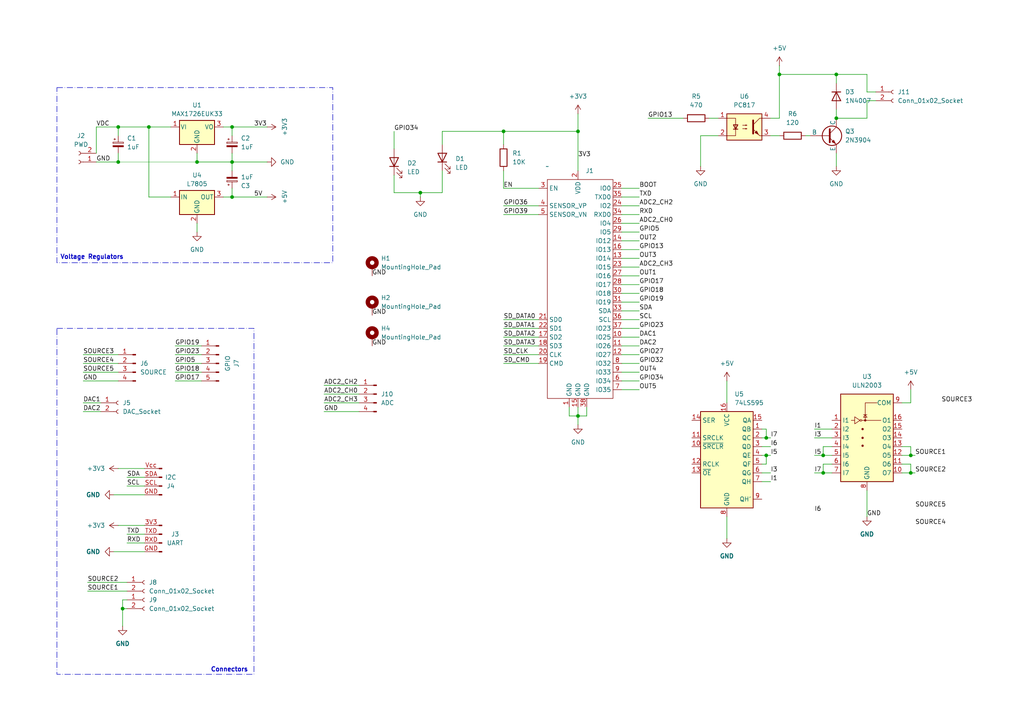
<source format=kicad_sch>
(kicad_sch (version 20231120) (generator "eeschema") (generator_version "8.0")
  (paper "A4")
  (lib_symbols
    (symbol "+5V_1" (power) (pin_numbers hide) (pin_names (offset 0) hide)
      (property "Value" "+5V" (at 0 3.556 0))
      (symbol "+5V_1_1_1"
        (pin power_in line (at 0 0 90) (length 0) (name "~") (number "1"))
      )
    )
    (symbol "+5V_2" (power) (pin_numbers hide) (pin_names (offset 0) hide)
      (property "Value" "+5V" (at 0 3.556 0))
      (symbol "+5V_2_1_1"
        (pin power_in line (at 0 0 90) (length 0) (name "~") (number "1"))
      )
    )
    (symbol "74xx:74LS595"
      (property "Reference" "U" (at -7.62 13.97 0))
      (property "Value" "74LS595" (at -7.62 -16.51 0))
      (symbol "74LS595_1_0"
        (pin tri_state line (at 10.16 7.62 180) (length 2.54) (name "QB") (number "1"))
        (pin input line (at -10.16 2.54 0) (length 2.54) (name "~{SRCLR}") (number "10"))
        (pin input line (at -10.16 5.08 0) (length 2.54) (name "SRCLK") (number "11"))
        (pin input line (at -10.16 -2.54 0) (length 2.54) (name "RCLK") (number "12"))
        (pin input line (at -10.16 -5.08 0) (length 2.54) (name "~{OE}") (number "13"))
        (pin input line (at -10.16 10.16 0) (length 2.54) (name "SER") (number "14"))
        (pin tri_state line (at 10.16 10.16 180) (length 2.54) (name "QA") (number "15"))
        (pin power_in line (at 0 15.24 270) (length 2.54) (name "VCC") (number "16"))
        (pin tri_state line (at 10.16 5.08 180) (length 2.54) (name "QC") (number "2"))
        (pin tri_state line (at 10.16 2.54 180) (length 2.54) (name "QD") (number "3"))
        (pin tri_state line (at 10.16 0 180) (length 2.54) (name "QE") (number "4"))
        (pin tri_state line (at 10.16 -2.54 180) (length 2.54) (name "QF") (number "5"))
        (pin tri_state line (at 10.16 -5.08 180) (length 2.54) (name "QG") (number "6"))
        (pin tri_state line (at 10.16 -7.62 180) (length 2.54) (name "QH") (number "7"))
        (pin power_in line (at 0 -17.78 90) (length 2.54) (name "GND") (number "8"))
        (pin output line (at 10.16 -12.7 180) (length 2.54) (name "QH'") (number "9"))
      )
    )
    (symbol "Alexander_Library_Symbols:Conn_I2C_01x04" (pin_names (offset 1.016) hide)
      (property "Reference" "J" (at 0 5.08 0))
      (property "Value" "I2C" (at 0 -7.62 0))
      (symbol "Conn_I2C_01x04_1_1"
        (pin power_out line (at 5.08 -5.08 180) (length 3.81) (name "GND") (number "GND"))
        (pin bidirectional line (at 5.08 -2.54 180) (length 3.81) (name "SCL") (number "SCL"))
        (pin bidirectional line (at 5.08 0 180) (length 3.81) (name "SDA") (number "SDA"))
        (pin power_in line (at 5.08 2.54 180) (length 3.81) (name "VCC") (number "Vcc"))
      )
    )
    (symbol "Alexander_Library_Symbols:ESP32-WROOM-32D-SOCKET"
      (property "Reference" "J" (at 0 0 0))
      (symbol "ESP32-WROOM-32D-SOCKET_1_1"
        (pin power_out line (at 6.35 -69.85 90) (length 2.54) (name "GND") (number "1"))
        (pin bidirectional line (at 21.59 -49.53 180) (length 2.54) (name "IO25") (number "10"))
        (pin bidirectional line (at 21.59 -52.07 180) (length 2.54) (name "IO26") (number "11"))
        (pin bidirectional line (at 21.59 -54.61 180) (length 2.54) (name "IO27") (number "12"))
        (pin bidirectional line (at 21.59 -26.67 180) (length 2.54) (name "IO14") (number "13"))
        (pin bidirectional line (at 21.59 -21.59 180) (length 2.54) (name "IO12") (number "14"))
        (pin power_out line (at 8.89 -69.85 90) (length 2.54) (name "GND") (number "15"))
        (pin bidirectional line (at 21.59 -24.13 180) (length 2.54) (name "IO13") (number "16"))
        (pin input line (at -2.54 -49.53 0) (length 2.54) (name "SD2") (number "17"))
        (pin input line (at -2.54 -52.07 0) (length 2.54) (name "SD3") (number "18"))
        (pin input line (at -2.54 -57.15 0) (length 2.54) (name "CMD") (number "19"))
        (pin power_in line (at 8.89 -1.27 270) (length 2.54) (name "VDD") (number "2"))
        (pin input line (at -2.54 -54.61 0) (length 2.54) (name "CLK") (number "20"))
        (pin input line (at -2.54 -44.45 0) (length 2.54) (name "SD0") (number "21"))
        (pin input line (at -2.54 -46.99 0) (length 2.54) (name "SD1") (number "22"))
        (pin bidirectional line (at 21.59 -29.21 180) (length 2.54) (name "IO15") (number "23"))
        (pin bidirectional line (at 21.59 -11.43 180) (length 2.54) (name "IO2") (number "24"))
        (pin bidirectional line (at 21.59 -6.35 180) (length 2.54) (name "IO0") (number "25"))
        (pin bidirectional line (at 21.59 -16.51 180) (length 2.54) (name "IO4") (number "26"))
        (pin bidirectional line (at 21.59 -31.75 180) (length 2.54) (name "IO16") (number "27"))
        (pin bidirectional line (at 21.59 -34.29 180) (length 2.54) (name "IO17") (number "28"))
        (pin bidirectional line (at 21.59 -19.05 180) (length 2.54) (name "IO5") (number "29"))
        (pin input line (at -2.54 -6.35 0) (length 2.54) (name "EN") (number "3"))
        (pin bidirectional line (at 21.59 -36.83 180) (length 2.54) (name "IO18") (number "30"))
        (pin bidirectional line (at 21.59 -39.37 180) (length 2.54) (name "IO19") (number "31"))
        (pin bidirectional line (at 21.59 -41.91 180) (length 2.54) (name "SDA") (number "33"))
        (pin input line (at 21.59 -13.97 180) (length 2.54) (name "RXD0") (number "34"))
        (pin output line (at 21.59 -8.89 180) (length 2.54) (name "TXD0") (number "35"))
        (pin bidirectional line (at 21.59 -44.45 180) (length 2.54) (name "SCL") (number "36"))
        (pin bidirectional line (at 21.59 -46.99 180) (length 2.54) (name "IO23") (number "37"))
        (pin power_out line (at 11.43 -69.85 90) (length 2.54) (name "GND") (number "38"))
        (pin input line (at -2.54 -11.43 0) (length 2.54) (name "SENSOR_VP") (number "4"))
        (pin input line (at -2.54 -13.97 0) (length 2.54) (name "SENSOR_VN") (number "5"))
        (pin bidirectional line (at 21.59 -62.23 180) (length 2.54) (name "IO34") (number "6"))
        (pin bidirectional line (at 21.59 -64.77 180) (length 2.54) (name "IO35") (number "7"))
        (pin bidirectional line (at 21.59 -57.15 180) (length 2.54) (name "IO32") (number "8"))
        (pin bidirectional line (at 21.59 -59.69 180) (length 2.54) (name "IO33") (number "9"))
      )
    )
    (symbol "Conn_UART_1" (pin_names (offset 1.016) hide)
      (property "Reference" "J" (at 1.27 3.81 0))
      (property "Value" "UART" (at 2.54 -10.16 0))
      (symbol "Conn_UART_1_1_1"
        (pin power_in line (at 5.08 0 180) (length 3.81) (name "3V3") (number "3V3"))
        (pin power_out line (at 5.08 -7.62 180) (length 3.81) (name "GND") (number "GND"))
        (pin input line (at 5.08 -5.08 180) (length 3.81) (name "RXD") (number "RXD"))
        (pin output line (at 5.08 -2.54 180) (length 3.81) (name "TXD") (number "TXD"))
      )
    )
    (symbol "Connector:Conn_01x02_Socket" (pin_names (offset 1.016) hide)
      (property "Reference" "J" (at 0 2.54 0))
      (property "Value" "Conn_01x02_Socket" (at 0 -5.08 0))
      (symbol "Conn_01x02_Socket_1_1"
        (pin passive line (at -5.08 0 0) (length 3.81) (name "Pin_1") (number "1"))
        (pin passive line (at -5.08 -2.54 0) (length 3.81) (name "Pin_2") (number "2"))
      )
    )
    (symbol "Connector:Conn_01x04_Pin" (pin_names (offset 1.016) hide)
      (property "Reference" "J" (at 0 5.08 0))
      (property "Value" "I2C" (at 0 -7.62 0))
      (symbol "Conn_01x04_Pin_1_1"
        (pin passive line (at 5.08 2.54 180) (length 3.81) (name "Pin_1") (number "1"))
        (pin passive line (at 5.08 0 180) (length 3.81) (name "Pin_2") (number "2"))
        (pin passive line (at 5.08 -2.54 180) (length 3.81) (name "Pin_3") (number "3"))
        (pin passive line (at 5.08 -5.08 180) (length 3.81) (name "Pin_4") (number "4"))
      )
    )
    (symbol "Connector:Conn_01x05_Pin" (pin_names (offset 1.016) hide)
      (property "Reference" "J" (at 0 7.62 0))
      (property "Value" "Conn_01x05_Pin" (at 0 -7.62 0))
      (symbol "Conn_01x05_Pin_1_1"
        (pin passive line (at 5.08 5.08 180) (length 3.81) (name "Pin_1") (number "1"))
        (pin passive line (at 5.08 2.54 180) (length 3.81) (name "Pin_2") (number "2"))
        (pin passive line (at 5.08 0 180) (length 3.81) (name "Pin_3") (number "3"))
        (pin passive line (at 5.08 -2.54 180) (length 3.81) (name "Pin_4") (number "4"))
        (pin passive line (at 5.08 -5.08 180) (length 3.81) (name "Pin_5") (number "5"))
      )
    )
    (symbol "Connector:Conn_01x06_Socket" (pin_names (offset 1.016) hide)
      (property "Reference" "J" (at 0 7.62 0))
      (property "Value" "Conn_01x06_Socket" (at 0 -10.16 0))
      (symbol "Conn_01x06_Socket_1_1"
        (pin passive line (at -5.08 5.08 0) (length 3.81) (name "Pin_1") (number "1"))
        (pin passive line (at -5.08 2.54 0) (length 3.81) (name "Pin_2") (number "2"))
        (pin passive line (at -5.08 0 0) (length 3.81) (name "Pin_3") (number "3"))
        (pin passive line (at -5.08 -2.54 0) (length 3.81) (name "Pin_4") (number "4"))
        (pin passive line (at -5.08 -5.08 0) (length 3.81) (name "Pin_5") (number "5"))
        (pin passive line (at -5.08 -7.62 0) (length 3.81) (name "Pin_6") (number "6"))
      )
    )
    (symbol "Device:C_Polarized_Small" (pin_numbers hide) (pin_names (offset 0.254) hide)
      (property "Reference" "C" (at 0.254 1.778 0))
      (property "Value" "C_Polarized_Small" (at 0.254 -2.032 0))
      (symbol "C_Polarized_Small_1_1"
        (pin passive line (at 0 2.54 270) (length 1.8542) (name "~") (number "1"))
        (pin passive line (at 0 -2.54 90) (length 1.8542) (name "~") (number "2"))
      )
    )
    (symbol "Device:D" (pin_numbers hide) (pin_names (offset 1.016) hide)
      (property "Reference" "D" (at 0 2.54 0))
      (property "Value" "D" (at 0 -2.54 0))
      (symbol "D_1_1"
        (pin passive line (at -3.81 0 0) (length 2.54) (name "K") (number "1"))
        (pin passive line (at 3.81 0 180) (length 2.54) (name "A") (number "2"))
      )
    )
    (symbol "Device:LED" (pin_numbers hide) (pin_names (offset 1.016) hide)
      (property "Reference" "D" (at 0 2.54 0))
      (property "Value" "LED" (at 0 -2.54 0))
      (symbol "LED_1_1"
        (pin passive line (at -3.81 0 0) (length 2.54) (name "K") (number "1"))
        (pin passive line (at 3.81 0 180) (length 2.54) (name "A") (number "2"))
      )
    )
    (symbol "Device:R" (pin_numbers hide) (pin_names (offset 0))
      (property "Reference" "R" (at 2.032 0 90))
      (property "Value" "R" (at 0 0 90))
      (symbol "R_1_1"
        (pin passive line (at 0 3.81 270) (length 1.27) (name "~") (number "1"))
        (pin passive line (at 0 -3.81 90) (length 1.27) (name "~") (number "2"))
      )
    )
    (symbol "GND_1" (power) (pin_numbers hide) (pin_names (offset 0) hide)
      (property "Value" "GND" (at 0 -3.81 0))
      (symbol "GND_1_1_1"
        (pin power_in line (at 0 0 270) (length 0) (name "~") (number "1"))
      )
    )
    (symbol "GND_2" (power) (pin_numbers hide) (pin_names (offset 0) hide)
      (property "Value" "GND" (at 0 -3.81 0))
      (symbol "GND_2_1_1"
        (pin power_in line (at 0 0 270) (length 0) (name "~") (number "1"))
      )
    )
    (symbol "GND_3" (power) (pin_numbers hide) (pin_names (offset 0) hide)
      (property "Value" "GND" (at 0 -3.81 0))
      (symbol "GND_3_1_1"
        (pin power_in line (at 0 0 270) (length 0) (name "~") (number "1"))
      )
    )
    (symbol "GND_4" (power) (pin_numbers hide) (pin_names (offset 0) hide)
      (property "Value" "GND" (at 0 -3.81 0))
      (symbol "GND_4_1_1"
        (pin power_in line (at 0 0 270) (length 0) (name "~") (number "1"))
      )
    )
    (symbol "GND_5" (power) (pin_numbers hide) (pin_names (offset 0) hide)
      (property "Value" "GND" (at 0 -3.81 0))
      (symbol "GND_5_1_1"
        (pin power_in line (at 0 0 270) (length 0) (name "~") (number "1"))
      )
    )
    (symbol "GND_6" (power) (pin_numbers hide) (pin_names (offset 0) hide)
      (property "Value" "GND" (at 0 -3.81 0))
      (symbol "GND_6_1_1"
        (pin power_in line (at 0 0 270) (length 0) (name "~") (number "1"))
      )
    )
    (symbol "Isolator:4N35" (pin_names (offset 1.016))
      (property "Reference" "U" (at -5.08 5.08 0))
      (property "Value" "4N35" (at 0 5.08 0))
      (symbol "4N35_1_1"
        (pin passive line (at -7.62 2.54 0) (length 2.54) (name "~") (number "1"))
        (pin passive line (at -7.62 -2.54 0) (length 2.54) (name "~") (number "2"))
        (pin no_connect line (at -5.08 0 0) (length 2.54) hide (name "NC") (number "3"))
        (pin passive line (at 7.62 -2.54 180) (length 2.54) (name "~") (number "4"))
        (pin passive line (at 7.62 0 180) (length 2.54) (name "~") (number "5"))
        (pin passive line (at 7.62 2.54 180) (length 2.54) (name "~") (number "6"))
      )
    )
    (symbol "Isolator:PC817" (pin_names (offset 1.016))
      (property "Reference" "U" (at -5.08 5.08 0))
      (property "Value" "PC817" (at 0 5.08 0))
      (symbol "PC817_1_1"
        (pin passive line (at -7.62 2.54 0) (length 2.54) (name "~") (number "1"))
        (pin passive line (at -7.62 -2.54 0) (length 2.54) (name "~") (number "2"))
        (pin passive line (at 7.62 -2.54 180) (length 2.54) (name "~") (number "3"))
        (pin passive line (at 7.62 2.54 180) (length 2.54) (name "~") (number "4"))
      )
    )
    (symbol "Mechanical:MountingHole_Pad" (pin_numbers hide) (pin_names (offset 1.016) hide)
      (property "Reference" "H" (at 0 6.35 0))
      (property "Value" "MountingHole_Pad" (at 0 4.445 0))
      (symbol "MountingHole_Pad_1_1"
        (pin input line (at 0 -2.54 90) (length 2.54) (name "1") (number "1"))
      )
    )
    (symbol "Regulator_Linear:L7805" (pin_names (offset 0.254))
      (property "Reference" "U4" (at 0 6.35 0))
      (property "Value" "L7805" (at 0 3.81 0))
      (symbol "L7805_1_1"
        (pin power_in line (at -7.62 0 0) (length 2.54) (name "IN") (number "1"))
        (pin power_in line (at 0 -7.62 90) (length 2.54) (name "GND") (number "2"))
        (pin power_out line (at 7.62 0 180) (length 2.54) (name "OUT") (number "3"))
      )
    )
    (symbol "Regulator_Linear:LM78M05_TO220" (pin_names (offset 0.254))
      (property "Reference" "U" (at -3.81 3.175 0))
      (property "Value" "LM78M05_TO220" (at 0 3.175 0))
      (symbol "LM78M05_TO220_1_1"
        (pin power_in line (at -7.62 0 0) (length 2.54) (name "VI") (number "1"))
        (pin power_in line (at 0 -7.62 90) (length 2.54) (name "GND") (number "2"))
        (pin power_out line (at 7.62 0 180) (length 2.54) (name "VO") (number "3"))
      )
    )
    (symbol "Simulation_SPICE:NPN" (pin_numbers hide) (pin_names (offset 0))
      (property "Reference" "Q" (at -2.54 7.62 0))
      (property "Value" "NPN" (at -2.54 5.08 0))
      (symbol "NPN_1_1"
        (pin open_collector line (at 2.54 5.08 270) (length 2.54) (name "C") (number "1"))
        (pin input line (at -5.08 0 0) (length 2.54) (name "B") (number "2"))
        (pin open_emitter line (at 2.54 -5.08 90) (length 2.54) (name "E") (number "3"))
      )
    )
    (symbol "Switch:SW_Push" (pin_numbers hide) (pin_names (offset 1.016) hide)
      (property "Reference" "SW" (at 1.27 2.54 0))
      (property "Value" "SW_Push" (at 0 -1.524 0))
      (symbol "SW_Push_0_1"
        (pin passive line (at -5.08 0 0) (length 2.54) (name "1") (number "1"))
        (pin passive line (at 5.08 0 180) (length 2.54) (name "2") (number "2"))
      )
    )
    (symbol "Transistor_Array:ULN2003"
      (property "Reference" "U" (at 0 15.875 0))
      (property "Value" "ULN2003" (at 0 13.97 0))
      (symbol "ULN2003_1_1"
        (pin input line (at -10.16 5.08 0) (length 2.54) (name "I1") (number "1"))
        (pin open_collector line (at 10.16 -10.16 180) (length 2.54) (name "O7") (number "10"))
        (pin open_collector line (at 10.16 -7.62 180) (length 2.54) (name "O6") (number "11"))
        (pin open_collector line (at 10.16 -5.08 180) (length 2.54) (name "O5") (number "12"))
        (pin open_collector line (at 10.16 -2.54 180) (length 2.54) (name "O4") (number "13"))
        (pin open_collector line (at 10.16 0 180) (length 2.54) (name "O3") (number "14"))
        (pin open_collector line (at 10.16 2.54 180) (length 2.54) (name "O2") (number "15"))
        (pin open_collector line (at 10.16 5.08 180) (length 2.54) (name "O1") (number "16"))
        (pin input line (at -10.16 2.54 0) (length 2.54) (name "I2") (number "2"))
        (pin input line (at -10.16 0 0) (length 2.54) (name "I3") (number "3"))
        (pin input line (at -10.16 -2.54 0) (length 2.54) (name "I4") (number "4"))
        (pin input line (at -10.16 -5.08 0) (length 2.54) (name "I5") (number "5"))
        (pin input line (at -10.16 -7.62 0) (length 2.54) (name "I6") (number "6"))
        (pin input line (at -10.16 -10.16 0) (length 2.54) (name "I7") (number "7"))
        (pin power_in line (at 0 -15.24 90) (length 2.54) (name "GND") (number "8"))
        (pin passive line (at 10.16 10.16 180) (length 2.54) (name "COM") (number "9"))
      )
    )
    (symbol "power:+3V3" (power) (pin_names (offset 0))
      (property "Value" "+3V3" (at 0 3.556 0))
      (symbol "+3V3_1_1"
        (pin power_in line (at 0 0 90) (length 0) hide (name "+3V3") (number "1"))
      )
    )
    (symbol "power:+5V" (power) (pin_names (offset 0))
      (property "Value" "+5V" (at 0 3.556 0))
      (symbol "+5V_1_1"
        (pin power_in line (at 0 0 90) (length 0) hide (name "+5V") (number "1"))
      )
    )
    (symbol "power:GND" (power) (pin_names (offset 0))
      (property "Value" "GND" (at 0 -3.81 0))
      (symbol "GND_1_1"
        (pin power_in line (at 0 0 270) (length 0) hide (name "GND") (number "1"))
      )
    )
  )
  (junction (at 57.15 46.99))
  (junction (at 238.76 132.08))
  (junction (at 264.16 132.08))
  (junction (at 67.31 46.99))
  (junction (at 264.16 137.16))
  (junction (at 34.29 46.99))
  (junction (at 167.64 38.1))
  (junction (at 222.25 132.08))
  (junction (at 226.06 21.59))
  (junction (at 67.31 57.15))
  (junction (at 377.19 151.13))
  (junction (at 43.18 36.83))
  (junction (at 401.32 163.83))
  (junction (at 242.57 34.29))
  (junction (at 67.31 36.83))
  (junction (at 242.57 21.59))
  (junction (at 222.25 127))
  (junction (at 238.76 137.16))
  (junction (at 34.29 36.83))
  (junction (at 121.92 55.88))
  (junction (at 146.05 38.1))
  (junction (at 167.64 120.65))
  (junction (at 35.56 176.53))
  (no_connect (at 373.38 59.69))
  (wire (pts (xy 226.06 34.29) (xy 223.52 34.29)))
  (wire (pts (xy 180.34 59.69) (xy 185.42 59.69)))
  (wire (pts (xy 57.15 64.77) (xy 57.15 67.31)))
  (wire (pts (xy 220.98 132.08) (xy 222.25 132.08)))
  (wire (pts (xy 146.05 102.87) (xy 156.21 102.87)))
  (wire (pts (xy 35.56 173.99) (xy 35.56 176.53)))
  (wire (pts (xy 36.83 140.97) (xy 41.91 140.97)))
  (wire (pts (xy 261.62 137.16) (xy 264.16 137.16)))
  (wire (pts (xy 358.14 171.45) (xy 361.95 171.45)))
  (wire (pts (xy 210.82 149.86) (xy 210.82 156.21)))
  (wire (pts (xy 25.4 168.91) (xy 36.83 168.91)))
  (wire (pts (xy 180.34 64.77) (xy 185.42 64.77)))
  (wire (pts (xy 121.92 55.88) (xy 128.27 55.88)))
  (wire (pts (xy 242.57 24.13) (xy 242.57 21.59)))
  (wire (pts (xy 377.19 151.13) (xy 382.27 151.13)))
  (wire (pts (xy 146.05 100.33) (xy 156.21 100.33)))
  (wire (pts (xy 49.53 57.15) (xy 43.18 57.15)))
  (wire (pts (xy 36.83 154.94) (xy 41.91 154.94)))
  (wire (pts (xy 242.57 21.59) (xy 251.46 21.59)))
  (wire (pts (xy 401.32 142.24) (xy 401.32 146.05)))
  (wire (pts (xy 220.98 127) (xy 222.25 127)))
  (wire (pts (xy 167.64 33.02) (xy 167.64 38.1)))
  (wire (pts (xy 180.34 80.01) (xy 185.42 80.01)))
  (wire (pts (xy 180.34 82.55) (xy 185.42 82.55)))
  (wire (pts (xy 220.98 139.7) (xy 223.52 139.7)))
  (wire (pts (xy 34.29 135.89) (xy 41.91 135.89)))
  (wire (pts (xy 264.16 137.16) (xy 265.43 137.16)))
  (wire (pts (xy 389.89 151.13) (xy 393.7 151.13)))
  (wire (pts (xy 57.15 44.45) (xy 57.15 46.99)))
  (wire (pts (xy 104.14 114.3) (xy 93.98 114.3)))
  (wire (pts (xy 180.34 105.41) (xy 185.42 105.41)))
  (wire (pts (xy 34.29 107.95) (xy 24.13 107.95)))
  (wire (pts (xy 165.1 120.65) (xy 167.64 120.65)))
  (wire (pts (xy 58.42 102.87) (xy 50.8 102.87)))
  (wire (pts (xy 67.31 44.45) (xy 67.31 46.99)))
  (wire (pts (xy 34.29 102.87) (xy 24.13 102.87)))
  (wire (pts (xy 238.76 134.62) (xy 238.76 137.16)))
  (wire (pts (xy 180.34 54.61) (xy 185.42 54.61)))
  (wire (pts (xy 264.16 116.84) (xy 261.62 116.84)))
  (wire (pts (xy 146.05 38.1) (xy 128.27 38.1)))
  (wire (pts (xy 222.25 124.46) (xy 222.25 127)))
  (wire (pts (xy 114.3 38.1) (xy 114.3 43.18)))
  (wire (pts (xy 261.62 134.62) (xy 264.16 134.62)))
  (wire (pts (xy 205.74 34.29) (xy 208.28 34.29)))
  (wire (pts (xy 58.42 105.41) (xy 50.8 105.41)))
  (wire (pts (xy 251.46 29.21) (xy 251.46 34.29)))
  (wire (pts (xy 180.34 107.95) (xy 185.42 107.95)))
  (wire (pts (xy 156.21 54.61) (xy 146.05 54.61)))
  (wire (pts (xy 358.14 173.99) (xy 361.95 173.99)))
  (wire (pts (xy 210.82 110.49) (xy 210.82 116.84)))
  (wire (pts (xy 165.1 118.11) (xy 165.1 120.65)))
  (wire (pts (xy 43.18 36.83) (xy 49.53 36.83)))
  (wire (pts (xy 24.13 116.84) (xy 29.21 116.84)))
  (wire (pts (xy 146.05 62.23) (xy 156.21 62.23)))
  (wire (pts (xy 146.05 38.1) (xy 146.05 41.91)))
  (wire (pts (xy 251.46 26.67) (xy 254 26.67)))
  (wire (pts (xy 35.56 176.53) (xy 36.83 176.53)))
  (wire (pts (xy 34.29 152.4) (xy 41.91 152.4)))
  (wire (pts (xy 34.29 36.83) (xy 34.29 39.37)))
  (wire (pts (xy 264.16 129.54) (xy 264.16 132.08)))
  (wire (pts (xy 34.29 44.45) (xy 34.29 46.99)))
  (wire (pts (xy 121.92 57.15) (xy 121.92 55.88)))
  (wire (pts (xy 167.64 120.65) (xy 167.64 123.19)))
  (wire (pts (xy 146.05 95.25) (xy 156.21 95.25)))
  (wire (pts (xy 236.22 137.16) (xy 238.76 137.16)))
  (wire (pts (xy 264.16 113.03) (xy 264.16 116.84)))
  (wire (pts (xy 25.4 171.45) (xy 36.83 171.45)))
  (wire (pts (xy 233.68 39.37) (xy 234.95 39.37)))
  (wire (pts (xy 146.05 92.71) (xy 156.21 92.71)))
  (wire (pts (xy 180.34 110.49) (xy 185.42 110.49)))
  (wire (pts (xy 373.38 64.77) (xy 384.81 64.77)))
  (wire (pts (xy 24.13 110.49) (xy 34.29 110.49)))
  (wire (pts (xy 128.27 49.53) (xy 128.27 55.88)))
  (wire (pts (xy 43.18 36.83) (xy 43.18 57.15)))
  (wire (pts (xy 354.33 59.69) (xy 358.14 59.69)))
  (wire (pts (xy 36.83 173.99) (xy 35.56 173.99)))
  (wire (pts (xy 67.31 57.15) (xy 77.47 57.15)))
  (wire (pts (xy 67.31 46.99) (xy 77.47 46.99)))
  (wire (pts (xy 401.32 156.21) (xy 401.32 163.83)))
  (wire (pts (xy 180.34 95.25) (xy 185.42 95.25)))
  (wire (pts (xy 128.27 38.1) (xy 128.27 41.91)))
  (wire (pts (xy 180.34 102.87) (xy 185.42 102.87)))
  (wire (pts (xy 251.46 21.59) (xy 251.46 26.67)))
  (wire (pts (xy 64.77 57.15) (xy 67.31 57.15)))
  (wire (pts (xy 236.22 127) (xy 241.3 127)))
  (wire (pts (xy 261.62 129.54) (xy 264.16 129.54)))
  (wire (pts (xy 41.91 143.51) (xy 33.02 143.51)))
  (wire (pts (xy 242.57 21.59) (xy 226.06 21.59)))
  (wire (pts (xy 36.83 157.48) (xy 41.91 157.48)))
  (wire (pts (xy 223.52 39.37) (xy 226.06 39.37)))
  (wire (pts (xy 146.05 38.1) (xy 167.64 38.1)))
  (wire (pts (xy 114.3 55.88) (xy 121.92 55.88)))
  (wire (pts (xy 67.31 46.99) (xy 67.31 49.53)))
  (wire (pts (xy 180.34 57.15) (xy 185.42 57.15)))
  (wire (pts (xy 64.77 36.83) (xy 67.31 36.83)))
  (wire (pts (xy 241.3 134.62) (xy 238.76 134.62)))
  (wire (pts (xy 180.34 100.33) (xy 185.42 100.33)))
  (wire (pts (xy 114.3 50.8) (xy 114.3 55.88)))
  (wire (pts (xy 220.98 124.46) (xy 222.25 124.46)))
  (wire (pts (xy 58.42 107.95) (xy 50.8 107.95)))
  (wire (pts (xy 251.46 142.24) (xy 251.46 149.86)))
  (wire (pts (xy 222.25 134.62) (xy 222.25 132.08)))
  (wire (pts (xy 358.14 166.37) (xy 361.95 166.37)))
  (wire (pts (xy 238.76 137.16) (xy 241.3 137.16)))
  (wire (pts (xy 57.15 46.99) (xy 67.31 46.99)))
  (wire (pts (xy 401.32 163.83) (xy 401.32 172.72)))
  (wire (pts (xy 358.14 168.91) (xy 361.95 168.91)))
  (wire (pts (xy 373.38 62.23) (xy 384.81 62.23)))
  (wire (pts (xy 180.34 87.63) (xy 185.42 87.63)))
  (wire (pts (xy 146.05 105.41) (xy 156.21 105.41)))
  (wire (pts (xy 238.76 132.08) (xy 241.3 132.08)))
  (wire (pts (xy 67.31 39.37) (xy 67.31 36.83)))
  (wire (pts (xy 180.34 62.23) (xy 185.42 62.23)))
  (wire (pts (xy 27.94 36.83) (xy 34.29 36.83)))
  (wire (pts (xy 180.34 72.39) (xy 185.42 72.39)))
  (wire (pts (xy 180.34 90.17) (xy 185.42 90.17)))
  (wire (pts (xy 401.32 163.83) (xy 393.7 163.83)))
  (wire (pts (xy 377.19 142.24) (xy 377.19 151.13)))
  (wire (pts (xy 146.05 59.69) (xy 156.21 59.69)))
  (wire (pts (xy 242.57 44.45) (xy 242.57 48.26)))
  (wire (pts (xy 41.91 160.02) (xy 33.02 160.02)))
  (wire (pts (xy 180.34 77.47) (xy 185.42 77.47)))
  (wire (pts (xy 254 29.21) (xy 251.46 29.21)))
  (wire (pts (xy 220.98 137.16) (xy 223.52 137.16)))
  (wire (pts (xy 339.09 59.69) (xy 346.71 59.69)))
  (wire (pts (xy 220.98 129.54) (xy 223.52 129.54)))
  (wire (pts (xy 236.22 132.08) (xy 238.76 132.08)))
  (wire (pts (xy 180.34 69.85) (xy 185.42 69.85)))
  (wire (pts (xy 180.34 97.79) (xy 185.42 97.79)))
  (wire (pts (xy 180.34 113.03) (xy 185.42 113.03)))
  (wire (pts (xy 226.06 21.59) (xy 226.06 34.29)))
  (wire (pts (xy 67.31 54.61) (xy 67.31 57.15)))
  (wire (pts (xy 167.64 38.1) (xy 167.64 49.53)))
  (wire (pts (xy 222.25 132.08) (xy 223.52 132.08)))
  (wire (pts (xy 384.81 163.83) (xy 386.08 163.83)))
  (wire (pts (xy 355.6 69.85) (xy 355.6 64.77)))
  (wire (pts (xy 264.16 134.62) (xy 264.16 137.16)))
  (wire (pts (xy 203.2 39.37) (xy 208.28 39.37)))
  (wire (pts (xy 180.34 74.93) (xy 185.42 74.93)))
  (wire (pts (xy 24.13 119.38) (xy 29.21 119.38)))
  (wire (pts (xy 35.56 176.53) (xy 35.56 181.61)))
  (wire (pts (xy 170.18 120.65) (xy 167.64 120.65)))
  (wire (pts (xy 241.3 129.54) (xy 238.76 129.54)))
  (wire (pts (xy 377.19 168.91) (xy 377.19 172.72)))
  (wire (pts (xy 238.76 129.54) (xy 238.76 132.08)))
  (wire (pts (xy 264.16 132.08) (xy 265.43 132.08)))
  (wire (pts (xy 187.96 34.29) (xy 198.12 34.29)))
  (wire (pts (xy 180.34 67.31) (xy 185.42 67.31)))
  (wire (pts (xy 222.25 127) (xy 223.52 127)))
  (wire (pts (xy 358.14 163.83) (xy 361.95 163.83)))
  (wire (pts (xy 236.22 124.46) (xy 241.3 124.46)))
  (wire (pts (xy 170.18 118.11) (xy 170.18 120.65)))
  (wire (pts (xy 104.14 111.76) (xy 93.98 111.76)))
  (wire (pts (xy 180.34 85.09) (xy 185.42 85.09)))
  (wire (pts (xy 58.42 110.49) (xy 50.8 110.49)))
  (wire (pts (xy 242.57 31.75) (xy 242.57 34.29)))
  (wire (pts (xy 36.83 138.43) (xy 41.91 138.43)))
  (wire (pts (xy 180.34 92.71) (xy 185.42 92.71)))
  (wire (pts (xy 34.29 36.83) (xy 43.18 36.83)))
  (wire (pts (xy 358.14 161.29) (xy 361.95 161.29)))
  (wire (pts (xy 93.98 119.38) (xy 104.14 119.38)))
  (wire (pts (xy 146.05 97.79) (xy 156.21 97.79)))
  (wire (pts (xy 377.19 151.13) (xy 377.19 158.75)))
  (wire (pts (xy 146.05 49.53) (xy 146.05 54.61)))
  (wire (pts (xy 220.98 134.62) (xy 222.25 134.62)))
  (wire (pts (xy 58.42 100.33) (xy 50.8 100.33)))
  (wire (pts (xy 226.06 19.05) (xy 226.06 21.59)))
  (wire (pts (xy 261.62 132.08) (xy 264.16 132.08)))
  (wire (pts (xy 67.31 36.83) (xy 77.47 36.83)))
  (wire (pts (xy 27.94 46.99) (xy 34.29 46.99)))
  (wire (pts (xy 34.29 105.41) (xy 24.13 105.41)))
  (wire (pts (xy 355.6 64.77) (xy 358.14 64.77)))
  (wire (pts (xy 251.46 34.29) (xy 242.57 34.29)))
  (wire (pts (xy 203.2 48.26) (xy 203.2 39.37)))
  (wire (pts (xy 167.64 118.11) (xy 167.64 120.65)))
  (wire (pts (xy 104.14 116.84) (xy 93.98 116.84)))
  (wire (pts (xy 34.29 46.99) (xy 57.15 46.99)) (stroke (width 0.0254)))
  (wire (pts (xy 27.94 36.83) (xy 27.94 44.45)))
  (rectangle (start 328.93 137.16) (end 412.75 186.69) (stroke (width 0) (type dash_dot)))
  (rectangle (start 16.51 95.25) (end 73.66 195.58) (stroke (width 0) (type dash_dot)))
  (rectangle (start 16.51 25.4) (end 96.52 76.2) (stroke (width 0) (type dash_dot)))
  (text "Voltage Regulators" (at 26.67 73.914 0) (effects (font (size 1.27 1.27) (thickness 0.254) (bold yes)) (justify top)))
  (text "UART Programmer" (at 401.828 184.912 0) (effects (font (size 1.27 1.27))))
  (text "Connectors\n" (at 66.548 194.31 0) (effects (font (size 1.27 1.27) (thickness 0.254) (bold yes))))
  (label "SOURCE5" (at 265.43 147.32 0))
  (label "GND" (at 107.95 80.01 0))
  (label "GND" (at 24.13 110.49 0))
  (label "SOURCE3" (at 24.13 102.87 0))
  (label "SOURCE4" (at 24.13 105.41 0))
  (label "SD_DATA1" (at 146.05 95.25 0))
  (label "SOURCE1" (at 25.4 171.45 0))
  (label "I7" (at 223.52 127 0))
  (label "TXD" (at 361.95 166.37 0))
  (label "GPIO27" (at 185.42 102.87 0))
  (label "GPIO5" (at 185.42 67.31 0))
  (label "SOURCE5" (at 24.13 107.95 0))
  (label "RTS" (at 401.32 172.72 0))
  (label "ADC2_CH2" (at 185.42 59.69 0))
  (label "OUT1" (at 185.42 80.01 0))
  (label "I3" (at 223.52 137.16 0))
  (label "OUT2" (at 185.42 69.85 0))
  (label "3V3" (at 361.95 161.29 0))
  (label "SD_DATA0" (at 146.05 92.71 0))
  (label "EN" (at 401.32 142.24 0))
  (label "GPIO23" (at 185.42 95.25 0))
  (label "VDC" (at 27.94 36.83 0))
  (label "GPIO13" (at 185.42 72.39 0))
  (label "SD_CLK" (at 146.05 102.87 0))
  (label "DAC2" (at 24.13 119.38 0))
  (label "TXD" (at 185.42 57.15 0))
  (label "I1" (at 236.22 124.46 0))
  (label "ADC2_CH2" (at 93.98 111.76 0))
  (label "SDA" (at 185.42 90.17 0))
  (label "SD_CMD" (at 146.05 105.41 0))
  (label "ADC2_CH0" (at 93.98 114.3 0))
  (label "SD_DATA3" (at 146.05 100.33 0))
  (label "I5" (at 223.52 132.08 0))
  (label "GPIO17" (at 185.42 82.55 0))
  (label "GPIO23" (at 50.8 102.87 0))
  (label "GPIO5" (at 50.8 105.41 0))
  (label "DTR" (at 377.19 142.24 0))
  (label "GPIO13" (at 187.96 34.29 0))
  (label "SD_DATA2" (at 146.05 97.79 0))
  (label "GPIO34" (at 185.42 110.49 0))
  (label "OUT3" (at 185.42 74.93 0))
  (label "GND" (at 93.98 119.38 0))
  (label "RTS" (at 361.95 171.45 0))
  (label "SCL" (at 185.42 92.71 0))
  (label "GPIO18" (at 185.42 85.09 0))
  (label "GPIO34" (at 114.3 38.1 0))
  (label "V1-" (at 374.65 64.77 0))
  (label "BOOT" (at 377.19 172.72 0))
  (label "RXD" (at 36.83 157.48 0))
  (label "GPIO27" (at 339.09 59.69 0))
  (label "SCL" (at 36.83 140.97 0))
  (label "GND" (at 361.95 163.83 0))
  (label "OUT4" (at 185.42 107.95 0))
  (label "I6" (at 236.22 148.59 0))
  (label "3V3" (at 167.64 45.72 0))
  (label "ADC2_CH3" (at 185.42 77.47 0))
  (label "OUT5" (at 185.42 113.03 0))
  (label "GPIO39" (at 146.05 62.23 0))
  (label "I5" (at 236.22 132.08 0))
  (label "SOURCE1" (at 265.43 132.08 0))
  (label "GND" (at 107.95 91.44 0))
  (label "GPIO17" (at 50.8 110.49 0))
  (label "GPIO18" (at 50.8 107.95 0))
  (label "SOURCE2" (at 265.43 137.16 0))
  (label "BOOT" (at 185.42 54.61 0))
  (label "RXD" (at 361.95 168.91 0))
  (label "SOURCE3" (at 273.05 116.84 0))
  (label "DTR" (at 361.95 173.99 0))
  (label "ADC2_CH0" (at 185.42 64.77 0))
  (label "5V" (at 73.66 57.15 0))
  (label "ADC2_CH3" (at 93.98 116.84 0))
  (label "GND" (at 107.95 100.33 0))
  (label "GPIO32" (at 185.42 105.41 0))
  (label "DAC2" (at 185.42 100.33 0))
  (label "DAC1" (at 185.42 97.79 0))
  (label "3V3" (at 73.66 36.83 0))
  (label "SDA" (at 36.83 138.43 0))
  (label "GPIO19" (at 50.8 100.33 0))
  (label "GPIO36" (at 146.05 59.69 0))
  (label "GPIO19" (at 185.42 87.63 0))
  (label "I3" (at 236.22 127 0))
  (label "GND" (at 27.94 46.99 0))
  (label "I1" (at 223.52 139.7 0))
  (label "V1+" (at 374.65 62.23 0))
  (label "DAC1" (at 24.13 116.84 0))
  (label "EN" (at 146.05 54.61 0))
  (label "I6" (at 223.52 129.54 0))
  (label "GND" (at 251.46 149.86 0))
  (label "SOURCE4" (at 265.43 152.4 0))
  (label "I7" (at 236.22 137.16 0))
  (label "TXD" (at 36.83 154.94 0))
  (label "SOURCE2" (at 25.4 168.91 0))
  (label "RXD" (at 185.42 62.23 0))
  (symbol (lib_id "Connector:Conn_01x02_Socket") (at 34.29 116.84 0) (unit 1)
    (property "Reference" "J5" (at 35.56 116.84 0) (effects (justify left)))
    (property "Value" "DAC_Socket" (at 35.56 119.38 0) (effects (justify left)))
    (property "Footprint" "Connector_PinSocket_2.54mm:PinSocket_1x02_P2.54mm_Vertical" (effects (hide yes)))
  )
  (symbol (lib_id "power:GND") (at 77.47 46.99 90) (unit 1)
    (property "Reference" "#PWR03" (effects (hide yes)))
    (property "Value" "GND" (at 81.28 46.9899 90) (effects (justify right)))
  )
  (symbol (lib_id "Device:R") (at 389.89 163.83 270) (unit 1) (on_board no)
    (property "Reference" "R3" (at 389.89 157.48 90))
    (property "Value" "10K" (at 389.89 160.02 90))
    (property "Footprint" "Resistor_SMD:R_1210_3225Metric_Pad1.30x2.65mm_HandSolder" (effects (hide yes)))
    (property "Description" "Resistor" (effects (hide yes)))
  )
  (symbol (lib_id "Connector:Conn_01x04_Pin") (at 109.22 114.3 0) (mirror y) (unit 1)
    (property "Reference" "J10" (at 110.49 114.2999 0) (effects (justify right)))
    (property "Value" "ADC" (at 110.49 116.8399 0) (effects (justify right)))
    (property "Footprint" "Connector_PinSocket_2.54mm:PinSocket_1x04_P2.54mm_Vertical" (effects (hide yes)))
  )
  (symbol (lib_id "power:+3V3") (at 34.29 152.4 90) (unit 1)
    (property "Reference" "#PWR06" (effects (hide yes)))
    (property "Value" "+3V3" (at 30.48 152.3999 90) (effects (justify left)))
  )
  (symbol (lib_id "Device:LED") (at 114.3 46.99 90) (unit 1)
    (property "Reference" "D2" (at 118.11 47.3074 90) (effects (justify right)))
    (property "Value" "LED" (at 118.11 49.8474 90) (effects (justify right)))
    (property "Footprint" "LED_SMD:LED_1210_3225Metric_Pad1.42x2.65mm_HandSolder" (effects (hide yes)))
    (property "Description" "Light emitting diode" (effects (hide yes)))
  )
  (symbol (lib_id "power:+3V3") (at 34.29 135.89 90) (unit 1)
    (property "Reference" "#PWR08" (effects (hide yes)))
    (property "Value" "+3V3" (at 30.48 135.89 90) (effects (justify left)))
  )
  (symbol (lib_id "power:+5V") (at 264.16 113.03 0) (unit 1)
    (property "Reference" "#PWR012" (effects (hide yes)))
    (property "Value" "+5V" (at 264.16 107.95 0))
  )
  (symbol (lib_id "Transistor_Array:ULN2003") (at 251.46 127 0) (unit 1)
    (property "Reference" "U3" (at 251.46 109.22 0))
    (property "Value" "ULN2003" (at 251.46 111.76 0))
    (property "Footprint" "Package_DIP:DIP-16_W7.62mm" (effects (hide yes)))
    (property "Datasheet" "http://www.ti.com/lit/ds/symlink/uln2003a.pdf" (effects (hide yes)))
  )
  (symbol (lib_id "Device:D") (at 242.57 27.94 270) (unit 1)
    (property "Reference" "D3" (at 245.11 26.6699 90) (effects (justify left)))
    (property "Value" "1N4007" (at 245.11 29.2099 90) (effects (justify left)))
    (property "Description" "Diode" (effects (hide yes)))
    (property "Sim.Device" "D" (effects (hide yes)))
    (property "Sim.Pins" "1=K 2=A" (effects (hide yes)))
  )
  (symbol (lib_id "Device:R") (at 386.08 151.13 270) (unit 1) (on_board no)
    (property "Reference" "R4" (at 386.08 144.78 90))
    (property "Value" "10K" (at 386.08 147.32 90))
    (property "Footprint" "Resistor_SMD:R_1210_3225Metric_Pad1.30x2.65mm_HandSolder" (effects (hide yes)))
    (property "Description" "Resistor" (effects (hide yes)))
  )
  (symbol (lib_name "Conn_UART_1") (lib_id "Alexander_Library_Symbols:Conn_UART") (at 46.99 152.4 0) (mirror y) (unit 1)
    (property "Reference" "J3" (at 50.8 154.94 0))
    (property "Value" "UART" (at 50.8 157.48 0))
    (property "Footprint" "Alexander Footprints Library:Conn_UART" (effects (hide yes)))
  )
  (symbol (lib_id "Device:C_Polarized_Small") (at 67.31 52.07 0) (mirror x) (unit 1)
    (property "Reference" "C3" (at 69.85 53.8861 0) (effects (justify left)))
    (property "Value" "1uF" (at 69.85 51.3461 0) (effects (justify left)))
    (property "Footprint" "Capacitor_THT:CP_Radial_D4.0mm_P2.00mm" (effects (hide yes)))
  )
  (symbol (lib_id "Device:C_Polarized_Small") (at 34.29 41.91 0) (unit 1)
    (property "Reference" "C1" (at 36.83 40.0939 0) (effects (justify left)))
    (property "Value" "1uF" (at 36.83 42.6339 0) (effects (justify left)))
    (property "Footprint" "Capacitor_THT:CP_Radial_D4.0mm_P2.00mm" (effects (hide yes)))
  )
  (symbol (lib_id "Device:R") (at 350.52 59.69 90) (unit 1) (on_board no)
    (property "Reference" "R2" (at 350.52 53.34 90))
    (property "Value" "1K" (at 350.52 55.88 90))
    (property "Footprint" "Resistor_SMD:R_1210_3225Metric_Pad1.30x2.65mm_HandSolder" (effects (hide yes)))
  )
  (symbol (lib_name "GND_6") (lib_id "power:GND") (at 203.2 48.26 0) (unit 1)
    (property "Reference" "#PWR020" (effects (hide yes)))
    (property "Value" "GND" (at 203.2 53.34 0))
    (property "Description" "Power symbol creates a global label with name \"GND\" , ground" (effects (hide yes)))
  )
  (symbol (lib_name "GND_5") (lib_id "power:GND") (at 242.57 48.26 0) (unit 1)
    (property "Reference" "#PWR019" (effects (hide yes)))
    (property "Value" "GND" (at 242.57 53.34 0))
    (property "Description" "Power symbol creates a global label with name \"GND\" , ground" (effects (hide yes)))
  )
  (symbol (lib_id "power:GND") (at 33.02 143.51 270) (unit 1)
    (property "Reference" "#PWR09" (effects (hide yes)))
    (property "Value" "GND" (at 29.21 143.51 90) (effects (font (bold yes)) (justify right)))
  )
  (symbol (lib_name "GND_4") (lib_id "power:GND") (at 210.82 156.21 0) (unit 1)
    (property "Reference" "#PWR016" (effects (hide yes)))
    (property "Value" "GND" (at 210.82 161.29 0) (effects (font (bold yes))))
    (property "Description" "Power symbol creates a global label with name \"GND\" , ground" (effects (hide yes)))
  )
  (symbol (lib_id "power:GND") (at 33.02 160.02 270) (unit 1)
    (property "Reference" "#PWR07" (effects (hide yes)))
    (property "Value" "GND" (at 29.21 160.02 90) (effects (font (bold yes)) (justify right)))
  )
  (symbol (lib_id "74xx:74LS595") (at 210.82 132.08 0) (unit 1)
    (property "Reference" "U5" (at 213.0141 114.3 0) (effects (justify left)))
    (property "Value" "74LS595" (at 213.0141 116.84 0) (effects (justify left)))
    (property "Footprint" "Package_DIP:DIP-16_W7.62mm" (effects (hide yes)))
    (property "Datasheet" "http://www.ti.com/lit/gpn/sn74ls595" (effects (hide yes)))
    (property "Description" "8-bit serial in/out Shift Register 3-State Outputs" (effects (hide yes)))
  )
  (symbol (lib_id "Connector:Conn_01x05_Pin") (at 63.5 105.41 0) (mirror y) (unit 1)
    (property "Reference" "J7" (at 68.58 105.41 90))
    (property "Value" "GPIO" (at 66.04 105.41 90))
    (property "Footprint" "Connector_PinSocket_2.54mm:PinSocket_1x05_P2.54mm_Vertical" (effects (hide yes)))
  )
  (symbol (lib_id "Connector:Conn_01x02_Socket") (at 389.89 62.23 0) (unit 1)
    (property "Reference" "J12" (at 391.16 62.2299 0) (effects (justify left)))
    (property "Value" "Conn_01x02_Socket" (at 391.16 64.7699 0) (effects (justify left)))
    (property "Footprint" "Connector_PinSocket_2.54mm:PinSocket_1x02_P2.54mm_Vertical" (effects (hide yes)))
    (property "Description" "Generic connector, single row, 01x02, script generated" (effects (hide yes)))
  )
  (symbol (lib_id "Mechanical:MountingHole_Pad") (at 107.95 88.9 0) (unit 1)
    (property "Reference" "H2" (at 110.49 86.36 0) (effects (justify left)))
    (property "Value" "MountingHole_Pad" (at 110.49 88.9 0) (effects (justify left)))
    (property "Footprint" "MountingHole:MountingHole_3mm" (effects (hide yes)))
  )
  (symbol (lib_id "power:GND") (at 251.46 149.86 0) (unit 1)
    (property "Reference" "#PWR010" (effects (hide yes)))
    (property "Value" "GND" (at 251.46 154.94 0) (effects (font (bold yes))))
  )
  (symbol (lib_name "GND_3") (lib_id "power:GND") (at 121.92 57.15 0) (unit 1)
    (property "Reference" "#PWR015" (effects (hide yes)))
    (property "Value" "GND" (at 121.92 62.23 0))
    (property "Description" "Power symbol creates a global label with name \"GND\" , ground" (effects (hide yes)))
  )
  (symbol (lib_id "Connector:Conn_01x02_Socket") (at 41.91 173.99 0) (unit 1)
    (property "Reference" "J9" (at 43.18 173.99 0) (effects (justify left)))
    (property "Value" "Conn_01x02_Socket" (at 43.18 176.53 0) (effects (justify left)))
    (property "Footprint" "Alexander Footprints Library:Conn_Terminal_5mm" (effects (hide yes)))
  )
  (symbol (lib_id "Connector:Conn_01x04_Pin") (at 39.37 105.41 0) (mirror y) (unit 1)
    (property "Reference" "J6" (at 40.64 105.4099 0) (effects (justify right)))
    (property "Value" "SOURCE" (at 40.64 107.9499 0) (effects (justify right)))
    (property "Footprint" "Connector_PinSocket_2.54mm:PinSocket_1x04_P2.54mm_Vertical" (effects (hide yes)))
  )
  (symbol (lib_name "GND_1") (lib_id "power:GND") (at 35.56 181.61 0) (unit 1)
    (property "Reference" "#PWR014" (effects (hide yes)))
    (property "Value" "GND" (at 35.56 186.69 0) (effects (font (bold yes))))
    (property "Description" "Power symbol creates a global label with name \"GND\" , ground" (effects (hide yes)))
  )
  (symbol (lib_id "Connector:Conn_01x02_Socket") (at 41.91 168.91 0) (unit 1)
    (property "Reference" "J8" (at 43.18 168.91 0) (effects (justify left)))
    (property "Value" "Conn_01x02_Socket" (at 43.18 171.45 0) (effects (justify left)))
    (property "Footprint" "Alexander Footprints Library:Conn_Terminal_5mm" (effects (hide yes)))
  )
  (symbol (lib_id "Connector:Conn_01x02_Socket") (at 22.86 46.99 180) (unit 1)
    (property "Reference" "J2" (at 23.495 39.37 0))
    (property "Value" "PWD" (at 23.495 41.91 0))
    (property "Footprint" "Connector_PinSocket_2.54mm:PinSocket_1x02_P2.54mm_Vertical" (effects (hide yes)))
  )
  (symbol (lib_id "Regulator_Linear:L7805") (at 57.15 57.15 0) (unit 1)
    (property "Reference" "U4" (at 57.15 50.8 0))
    (property "Value" "L7805" (at 57.15 53.34 0))
    (property "Footprint" "Alexander Footprints Library:LD1117" (effects (hide yes)))
    (property "Datasheet" "datasheets/Voltage-Regulator_L7805.pdf" (effects (hide yes)))
    (property "Description" "Voltage Regulator 1.5A Positive" (effects (hide yes)))
  )
  (symbol (lib_id "Device:LED") (at 128.27 45.72 90) (unit 1)
    (property "Reference" "D1" (at 132.08 46.0374 90) (effects (justify right)))
    (property "Value" "LED" (at 132.08 48.5774 90) (effects (justify right)))
    (property "Footprint" "LED_SMD:LED_1210_3225Metric_Pad1.42x2.65mm_HandSolder" (effects (hide yes)))
    (property "Description" "Light emitting diode" (effects (hide yes)))
  )
  (symbol (lib_id "Simulation_SPICE:NPN") (at 398.78 151.13 0) (unit 1) (on_board no)
    (property "Reference" "Q1" (at 403.86 149.8599 0) (effects (justify left)))
    (property "Value" "NPN" (at 403.86 152.3999 0) (effects (justify left)))
    (property "Footprint" "Package_TO_SOT_THT:TO-92_Inline_W4.0mm_Horizontal_FlatSideDown" (effects (hide yes)))
    (property "Datasheet" "https://ngspice.sourceforge.io/docs/ngspice-html-manual/manual.xhtml#cha_BJTs" (effects (hide yes)))
    (property "Description" "Bipolar transistor symbol for simulation only, substrate tied to the emitter" (effects (hide yes)))
    (property "Sim.Device" "NPN" (effects (hide yes)))
    (property "Sim.Type" "GUMMELPOON" (effects (hide yes)))
    (property "Sim.Pins" "1=C 2=B 3=E" (effects (hide yes)))
  )
  (symbol (lib_name "+5V_2") (lib_id "power:+5V") (at 226.06 19.05 0) (unit 1)
    (property "Reference" "#PWR018" (effects (hide yes)))
    (property "Value" "+5V" (at 226.06 13.97 0))
    (property "Description" "Power symbol creates a global label with name \"+5V\"" (effects (hide yes)))
  )
  (symbol (lib_id "Device:R") (at 201.93 34.29 270) (unit 1)
    (property "Reference" "R5" (at 201.93 27.94 90))
    (property "Value" "470" (at 201.93 30.48 90))
    (property "Footprint" "Resistor_SMD:R_1206_3216Metric_Pad1.30x1.75mm_HandSolder" (effects (hide yes)))
    (property "Description" "Resistor" (effects (hide yes)))
  )
  (symbol (lib_id "power:GND") (at 57.15 67.31 0) (unit 1)
    (property "Reference" "#PWR013" (effects (hide yes)))
    (property "Value" "GND" (at 57.15 72.39 0))
  )
  (symbol (lib_id "Device:C_Polarized_Small") (at 67.31 41.91 0) (unit 1)
    (property "Reference" "C2" (at 69.85 40.0939 0) (effects (justify left)))
    (property "Value" "1uF" (at 69.85 42.6339 0) (effects (justify left)))
    (property "Footprint" "Capacitor_THT:CP_Radial_D4.0mm_P2.00mm" (effects (hide yes)))
  )
  (symbol (lib_id "Connector:Conn_01x02_Socket") (at 259.08 26.67 0) (unit 1)
    (property "Reference" "J11" (at 260.35 26.6699 0) (effects (justify left)))
    (property "Value" "Conn_01x02_Socket" (at 260.35 29.2099 0) (effects (justify left)))
    (property "Footprint" "Connector_PinSocket_2.54mm:PinSocket_1x02_P2.54mm_Vertical" (effects (hide yes)))
    (property "Description" "Generic connector, single row, 01x02, script generated" (effects (hide yes)))
  )
  (symbol (lib_id "Switch:SW_Push") (at 398.78 52.07 0) (unit 1)
    (property "Reference" "SW1" (at 398.78 44.45 0))
    (property "Value" "SW_Push" (at 398.78 46.99 0))
    (property "Description" "Push button switch, generic, two pins" (effects (hide yes)))
  )
  (symbol (lib_id "power:+3V3") (at 167.64 33.02 0) (unit 1)
    (property "Reference" "#PWR02" (effects (hide yes)))
    (property "Value" "+3V3" (at 167.64 27.94 0))
  )
  (symbol (lib_id "Simulation_SPICE:NPN") (at 379.73 163.83 180) (unit 1) (on_board no)
    (property "Reference" "Q2" (at 374.65 165.1001 0) (effects (justify left)))
    (property "Value" "NPN" (at 374.65 162.5601 0) (effects (justify left)))
    (property "Footprint" "Package_TO_SOT_THT:TO-92_Inline_W4.0mm_Horizontal_FlatSideDown" (effects (hide yes)))
    (property "Datasheet" "https://ngspice.sourceforge.io/docs/ngspice-html-manual/manual.xhtml#cha_BJTs" (effects (hide yes)))
    (property "Description" "Bipolar transistor symbol for simulation only, substrate tied to the emitter" (effects (hide yes)))
    (property "Sim.Device" "NPN" (effects (hide yes)))
    (property "Sim.Type" "GUMMELPOON" (effects (hide yes)))
    (property "Sim.Pins" "1=C 2=B 3=E" (effects (hide yes)))
  )
  (symbol (lib_id "Simulation_SPICE:NPN") (at 240.03 39.37 0) (unit 1)
    (property "Reference" "Q3" (at 245.11 38.0999 0) (effects (justify left)))
    (property "Value" "2N3904" (at 245.11 40.6399 0) (effects (justify left)))
    (property "Footprint" "Package_TO_SOT_THT:TO-92" (effects (hide yes)))
    (property "Datasheet" "https://ngspice.sourceforge.io/docs/ngspice-html-manual/manual.xhtml#cha_BJTs" (effects (hide yes)))
    (property "Description" "Bipolar transistor symbol for simulation only, substrate tied to the emitter" (effects (hide yes)))
    (property "Sim.Device" "NPN" (effects (hide yes)))
    (property "Sim.Type" "GUMMELPOON" (effects (hide yes)))
    (property "Sim.Pins" "1=C 2=B 3=E" (effects (hide yes)))
  )
  (symbol (lib_id "power:+5V") (at 77.47 57.15 270) (unit 1)
    (property "Reference" "#PWR05" (effects (hide yes)))
    (property "Value" "+5V" (at 82.55 57.15 0))
  )
  (symbol (lib_id "Mechanical:MountingHole_Pad") (at 107.95 77.47 0) (unit 1)
    (property "Reference" "H1" (at 110.49 74.93 0) (effects (justify left)))
    (property "Value" "MountingHole_Pad" (at 110.49 77.47 0) (effects (justify left)))
    (property "Footprint" "MountingHole:MountingHole_3mm" (effects (hide yes)))
  )
  (symbol (lib_id "Device:R") (at 229.87 39.37 270) (unit 1)
    (property "Reference" "R6" (at 229.87 33.02 90))
    (property "Value" "120" (at 229.87 35.56 90))
    (property "Footprint" "Resistor_SMD:R_1206_3216Metric_Pad1.30x1.75mm_HandSolder" (effects (hide yes)))
    (property "Description" "Resistor" (effects (hide yes)))
  )
  (symbol (lib_id "Regulator_Linear:LM78M05_TO220") (at 57.15 36.83 0) (unit 1)
    (property "Reference" "U1" (at 57.15 30.48 0))
    (property "Value" "MAX1726EUK33" (at 57.15 33.02 0))
    (property "Footprint" "Package_TO_SOT_SMD:SOT-223-3_TabPin2" (effects (hide yes)))
    (property "Datasheet" "https://www.onsemi.com/pub/Collateral/MC78M00-D.PDF" (effects (hide yes)))
  )
  (symbol (lib_id "Mechanical:MountingHole_Pad") (at 107.95 97.79 0) (unit 1)
    (property "Reference" "H4" (at 110.49 95.25 0) (effects (justify left)))
    (property "Value" "MountingHole_Pad" (at 110.49 97.79 0) (effects (justify left)))
    (property "Footprint" "MountingHole:MountingHole_3mm" (effects (hide yes)))
  )
  (symbol (lib_id "Isolator:4N35") (at 365.76 62.23 0) (unit 1) (on_board no)
    (property "Reference" "U2" (at 365.76 53.34 0))
    (property "Value" "4N35" (at 365.76 55.88 0))
    (property "Footprint" "Package_DIP:DIP-6_W7.62mm" (effects (hide yes)))
    (property "Datasheet" "https://www.vishay.com/docs/81181/4n35.pdf" (effects (hide yes)))
    (property "Description" "Optocoupler, Phototransistor Output, with Base Connection, Vce 70V, CTR 100%, Viso 5000V, DIP6" (effects (hide yes)))
  )
  (symbol (lib_id "power:+3V3") (at 77.47 36.83 270) (unit 1)
    (property "Reference" "#PWR04" (effects (hide yes)))
    (property "Value" "+3V3" (at 82.55 36.83 0))
  )
  (symbol (lib_id "Alexander_Library_Symbols:Conn_I2C_01x04") (at 46.99 138.43 0) (mirror y) (unit 1)
    (property "Reference" "J4" (at 49.53 140.97 0))
    (property "Value" "I2C" (at 49.53 138.43 0))
    (property "Footprint" "Alexander Footprints Library:Conn_I2C" (effects (hide yes)))
  )
  (symbol (lib_id "Isolator:PC817") (at 215.9 36.83 0) (unit 1)
    (property "Reference" "U6" (at 215.9 27.94 0))
    (property "Value" "PC817" (at 215.9 30.48 0))
    (property "Footprint" "Package_DIP:DIP-4_W7.62mm" (effects (hide yes)))
    (property "Datasheet" "http://www.soselectronic.cz/a_info/resource/d/pc817.pdf" (effects (hide yes)))
    (property "Description" "DC Optocoupler, Vce 35V, CTR 50-300%, DIP-4" (effects (hide yes)))
  )
  (symbol (lib_id "Device:R") (at 146.05 45.72 0) (unit 1)
    (property "Reference" "R1" (at 148.59 44.45 0) (effects (justify left)))
    (property "Value" "10K" (at 148.59 46.99 0) (effects (justify left)))
    (property "Footprint" "Resistor_SMD:R_1206_3216Metric_Pad1.30x1.75mm_HandSolder" (effects (hide yes)))
  )
  (symbol (lib_name "+5V_1") (lib_id "power:+5V") (at 210.82 110.49 0) (unit 1)
    (property "Reference" "#PWR017" (effects (hide yes)))
    (property "Value" "+5V" (at 210.82 105.41 0))
    (property "Description" "Power symbol creates a global label with name \"+5V\"" (effects (hide yes)))
  )
  (symbol (lib_name "GND_2") (lib_id "power:GND") (at 355.6 69.85 0) (unit 1)
    (property "Reference" "#PWR011" (effects (hide yes)))
    (property "Value" "GND" (at 355.6 74.93 0))
    (property "Description" "Power symbol creates a global label with name \"GND\" , ground" (effects (hide yes)))
  )
  (symbol (lib_id "Connector:Conn_01x06_Socket") (at 353.06 166.37 0) (mirror y) (unit 1)
    (property "Reference" "J13" (at 351.79 166.3699 0) (effects (justify left)))
    (property "Value" "Conn_01x06_Socket" (at 351.79 168.9099 0) (effects (justify left)))
    (property "Footprint" "Connector_PinSocket_2.54mm:PinSocket_1x06_P2.54mm_Vertical" (effects (hide yes)))
    (property "Description" "Generic connector, single row, 01x06, script generated" (effects (hide yes)))
  )
  (symbol (lib_id "power:GND") (at 167.64 123.19 0) (unit 1)
    (property "Reference" "#PWR01" (effects (hide yes)))
    (property "Value" "GND" (at 167.64 128.27 0))
  )
  (symbol (lib_id "Alexander_Library_Symbols:ESP32-WROOM-32D-SOCKET") (at 158.75 48.26 0) (unit 1)
    (property "Reference" "J1" (at 169.8341 49.53 0) (effects (justify left)))
    (property "Value" "~" (at 158.75 48.26 0))
    (property "Footprint" "Alexander Footprints Library:ESP32-WROOM-Adapter-Socket-2" (effects (hide yes)))
  )
  (sheet (at 318.77 -1.27) (size 219.71 212.09) (stroke (width 0.1524))
    (property "Sheetname" "Extras" (at 318.77 -1.9816 0) (show_name yes) (effects (justify left bottom)))
    (property "Sheetfile" "untitled.kicad_sch" (at 318.77 211.4046 0) (effects (justify left top)))
  )
)
</source>
